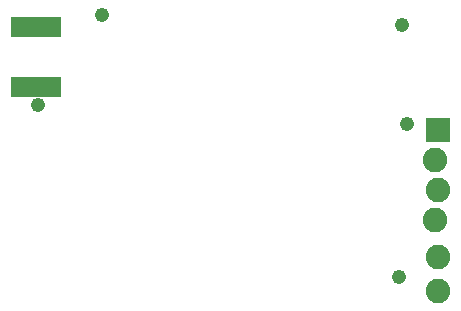
<source format=gbs>
G75*
G70*
%OFA0B0*%
%FSLAX24Y24*%
%IPPOS*%
%LPD*%
%AMOC8*
5,1,8,0,0,1.08239X$1,22.5*
%
%ADD10R,0.1680X0.0680*%
%ADD11R,0.0820X0.0820*%
%ADD12C,0.0820*%
%ADD13C,0.0476*%
D10*
X001300Y007750D03*
X001300Y009750D03*
D11*
X014700Y006300D03*
D12*
X014600Y005300D03*
X014700Y004300D03*
X014600Y003300D03*
X014700Y002070D03*
X014700Y000930D03*
D13*
X001350Y007150D03*
X003500Y010150D03*
X013500Y009800D03*
X013650Y006500D03*
X013400Y001400D03*
M02*

</source>
